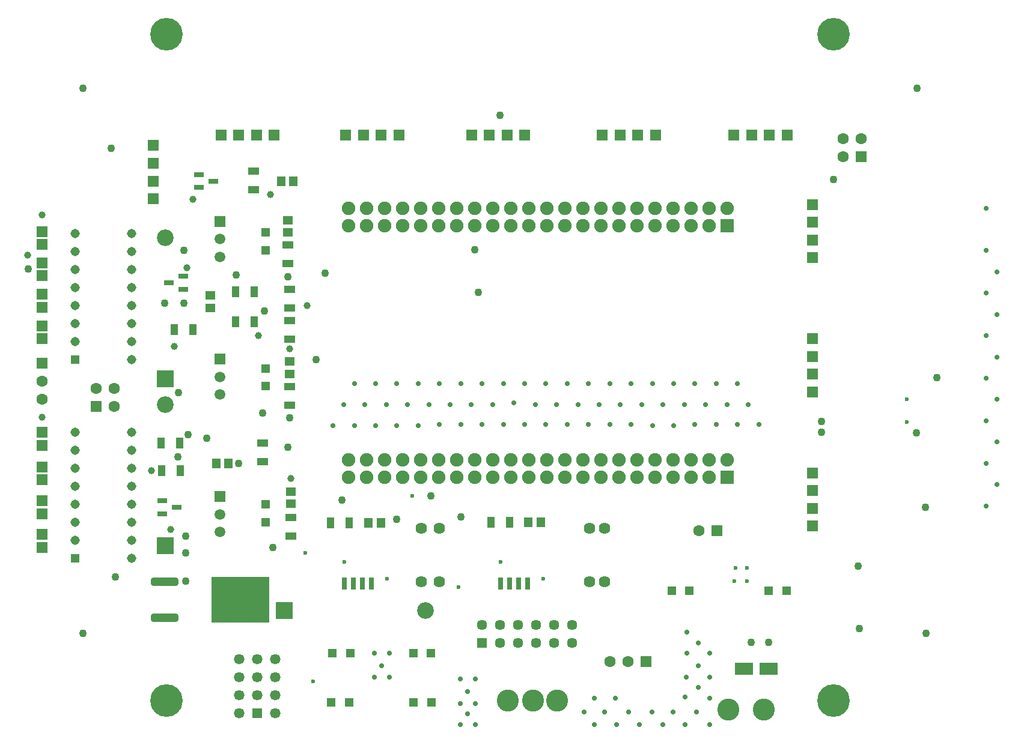
<source format=gts>
G04*
G04 #@! TF.GenerationSoftware,Altium Limited,Altium Designer,21.4.1 (30)*
G04*
G04 Layer_Color=8388736*
%FSLAX25Y25*%
%MOIN*%
G70*
G04*
G04 #@! TF.SameCoordinates,A47B8419-E6DC-47D0-8E32-9BAF03E0F130*
G04*
G04*
G04 #@! TF.FilePolarity,Negative*
G04*
G01*
G75*
%ADD29R,0.05909X0.05940*%
%ADD31R,0.05709X0.04921*%
%ADD32R,0.04331X0.06496*%
%ADD33R,0.04921X0.05709*%
%ADD34R,0.03150X0.07087*%
%ADD35R,0.06496X0.04331*%
%ADD36R,0.10236X0.06693*%
%ADD37R,0.31890X0.25551*%
G04:AMPARAMS|DCode=38|XSize=45.67mil|YSize=152.76mil|CornerRadius=13.03mil|HoleSize=0mil|Usage=FLASHONLY|Rotation=270.000|XOffset=0mil|YOffset=0mil|HoleType=Round|Shape=RoundedRectangle|*
%AMROUNDEDRECTD38*
21,1,0.04567,0.12670,0,0,270.0*
21,1,0.01961,0.15276,0,0,270.0*
1,1,0.02605,-0.06335,-0.00981*
1,1,0.02605,-0.06335,0.00981*
1,1,0.02605,0.06335,0.00981*
1,1,0.02605,0.06335,-0.00981*
%
%ADD38ROUNDEDRECTD38*%
%ADD39R,0.05594X0.02594*%
%ADD40C,0.07480*%
%ADD41R,0.07480X0.07480*%
%ADD42R,0.06331X0.06331*%
%ADD43R,0.06299X0.06299*%
%ADD44C,0.06299*%
%ADD45C,0.18110*%
%ADD46R,0.06331X0.06331*%
%ADD47R,0.06299X0.06299*%
%ADD48R,0.05118X0.05118*%
%ADD49C,0.12205*%
%ADD50R,0.09252X0.09252*%
%ADD51C,0.09252*%
%ADD52R,0.09252X0.09252*%
%ADD53C,0.05937*%
%ADD54R,0.05937X0.05937*%
%ADD55R,0.05118X0.05118*%
%ADD56C,0.05709*%
%ADD57R,0.05709X0.05709*%
%ADD58C,0.05787*%
%ADD59R,0.05787X0.05787*%
%ADD60C,0.06394*%
%ADD61C,0.05158*%
%ADD62R,0.05158X0.05158*%
%ADD63C,0.03894*%
%ADD64C,0.02756*%
%ADD65C,0.04331*%
%ADD66C,0.02362*%
D29*
X-62758Y117821D02*
D03*
Y124943D02*
D03*
Y174433D02*
D03*
Y181554D02*
D03*
Y143545D02*
D03*
Y136424D02*
D03*
Y162362D02*
D03*
Y155240D02*
D03*
Y275769D02*
D03*
Y268647D02*
D03*
Y285908D02*
D03*
Y293029D02*
D03*
Y240769D02*
D03*
Y233647D02*
D03*
Y258189D02*
D03*
Y251067D02*
D03*
D31*
X75200Y141855D02*
D03*
Y148745D02*
D03*
X74563Y220853D02*
D03*
Y213963D02*
D03*
X73600Y299461D02*
D03*
Y292571D02*
D03*
X30564Y257545D02*
D03*
Y250655D02*
D03*
D32*
X107479Y131200D02*
D03*
X97243D02*
D03*
X196574Y131700D02*
D03*
X186338D02*
D03*
X3646Y160208D02*
D03*
X13882D02*
D03*
X54876Y259808D02*
D03*
X44640D02*
D03*
X13541Y175524D02*
D03*
X3304D02*
D03*
X54877Y242854D02*
D03*
X44641D02*
D03*
X21035Y238531D02*
D03*
X10798D02*
D03*
D33*
X213945Y131700D02*
D03*
X207055D02*
D03*
X125145Y131200D02*
D03*
X118255D02*
D03*
X76809Y320908D02*
D03*
X69919D02*
D03*
X33819Y164308D02*
D03*
X40709D02*
D03*
D34*
X114920Y97676D02*
D03*
X109933D02*
D03*
X104946D02*
D03*
X119907D02*
D03*
X206728D02*
D03*
X191767D02*
D03*
X196754D02*
D03*
X201741D02*
D03*
D35*
X75300Y134318D02*
D03*
Y124082D02*
D03*
X74563Y206872D02*
D03*
Y196635D02*
D03*
Y233325D02*
D03*
Y243561D02*
D03*
X73600Y285535D02*
D03*
Y275298D02*
D03*
X74564Y261066D02*
D03*
Y250829D02*
D03*
X59655Y175730D02*
D03*
Y165494D02*
D03*
X54564Y326526D02*
D03*
Y316290D02*
D03*
D36*
X340290Y50300D02*
D03*
X326510D02*
D03*
D37*
X47254Y88508D02*
D03*
D38*
X5167Y98508D02*
D03*
Y78508D02*
D03*
D39*
X12141Y140091D02*
D03*
X4141Y136491D02*
D03*
Y143691D02*
D03*
X32264Y321108D02*
D03*
X24264Y317508D02*
D03*
Y324708D02*
D03*
X7574Y264608D02*
D03*
X15574Y268208D02*
D03*
Y261008D02*
D03*
D40*
X157313Y156754D02*
D03*
X167313Y166202D02*
D03*
Y156754D02*
D03*
X177313Y166202D02*
D03*
X187313Y156754D02*
D03*
X177313D02*
D03*
X197313D02*
D03*
X187313Y166202D02*
D03*
X197313D02*
D03*
X207313D02*
D03*
Y156754D02*
D03*
X217313Y166202D02*
D03*
Y156754D02*
D03*
X227313D02*
D03*
Y166202D02*
D03*
X237313D02*
D03*
X247313D02*
D03*
Y156754D02*
D03*
X237313D02*
D03*
X257313D02*
D03*
Y166202D02*
D03*
X267313D02*
D03*
Y156754D02*
D03*
X277313Y166202D02*
D03*
Y156754D02*
D03*
X287313Y166202D02*
D03*
Y156754D02*
D03*
X297313Y166202D02*
D03*
Y156754D02*
D03*
X307313Y166202D02*
D03*
Y156754D02*
D03*
X317313Y166202D02*
D03*
X117313Y156754D02*
D03*
X107313Y166202D02*
D03*
X117313D02*
D03*
X127313Y156754D02*
D03*
X107313D02*
D03*
X127313Y166202D02*
D03*
X137313D02*
D03*
Y156754D02*
D03*
X147313Y166202D02*
D03*
Y156754D02*
D03*
X157313Y166202D02*
D03*
X287313Y305848D02*
D03*
X237313Y296399D02*
D03*
X277313Y305848D02*
D03*
X247313D02*
D03*
X257313D02*
D03*
X277313Y296399D02*
D03*
X267313Y305848D02*
D03*
Y296399D02*
D03*
X307313Y305848D02*
D03*
X317313D02*
D03*
X297313Y296399D02*
D03*
X307313D02*
D03*
X297313Y305848D02*
D03*
X147313D02*
D03*
X157313D02*
D03*
X137313D02*
D03*
X117313D02*
D03*
X107313D02*
D03*
X167313D02*
D03*
X127313D02*
D03*
X147313Y296399D02*
D03*
X137313D02*
D03*
X127313D02*
D03*
X117313D02*
D03*
X107313D02*
D03*
X157313D02*
D03*
X167313D02*
D03*
X287313D02*
D03*
X247313D02*
D03*
X257313D02*
D03*
X177313Y305848D02*
D03*
X217313D02*
D03*
X207313Y296399D02*
D03*
X187313D02*
D03*
X197313Y305848D02*
D03*
X187313D02*
D03*
X197313Y296399D02*
D03*
X207313Y305848D02*
D03*
X177313Y296399D02*
D03*
X227313Y305848D02*
D03*
X217313Y296399D02*
D03*
X227313D02*
D03*
X237313Y305848D02*
D03*
D41*
X317313Y156754D02*
D03*
X317313Y296399D02*
D03*
D42*
X-936Y311239D02*
D03*
Y321108D02*
D03*
Y340845D02*
D03*
Y330977D02*
D03*
X364679Y139370D02*
D03*
Y129502D02*
D03*
Y149239D02*
D03*
Y159108D02*
D03*
Y213870D02*
D03*
Y204002D02*
D03*
Y223739D02*
D03*
Y233608D02*
D03*
Y288370D02*
D03*
Y278502D02*
D03*
Y298239D02*
D03*
Y308108D02*
D03*
D43*
X391764Y334608D02*
D03*
X-62636Y219908D02*
D03*
D44*
X381764Y334608D02*
D03*
X391764Y344608D02*
D03*
X381764D02*
D03*
X262300Y54200D02*
D03*
X252300D02*
D03*
X-62636Y209908D02*
D03*
Y199908D02*
D03*
X-22636Y205908D02*
D03*
Y195908D02*
D03*
X-32636Y205908D02*
D03*
X301764Y127108D02*
D03*
D45*
X6306Y402699D02*
D03*
Y32620D02*
D03*
X376384Y402699D02*
D03*
Y32620D02*
D03*
D46*
X175495Y346694D02*
D03*
X185364D02*
D03*
X205102D02*
D03*
X195233D02*
D03*
X248016Y346748D02*
D03*
X257885D02*
D03*
X277622D02*
D03*
X267753D02*
D03*
X125358Y346694D02*
D03*
X135226D02*
D03*
X115489D02*
D03*
X105620D02*
D03*
X340806D02*
D03*
X350675D02*
D03*
X330938D02*
D03*
X321069D02*
D03*
X36526Y346596D02*
D03*
X46394D02*
D03*
X66132D02*
D03*
X56263D02*
D03*
D47*
X272300Y54200D02*
D03*
X-32636Y195908D02*
D03*
X311764Y127108D02*
D03*
D48*
X296321Y93500D02*
D03*
X286479Y93500D02*
D03*
X350260Y93500D02*
D03*
X340418Y93500D02*
D03*
X143300Y59100D02*
D03*
X153142Y59100D02*
D03*
X98379Y59100D02*
D03*
X108221Y59100D02*
D03*
X143464Y31600D02*
D03*
X153307Y31600D02*
D03*
X97679Y31600D02*
D03*
X107521Y31600D02*
D03*
D49*
X318057Y27800D02*
D03*
X337742Y27800D02*
D03*
X195520Y32500D02*
D03*
X209694D02*
D03*
X223079D02*
D03*
D50*
X5483Y118635D02*
D03*
X5483Y211383D02*
D03*
D51*
X5483Y196981D02*
D03*
X150071Y82808D02*
D03*
X5483Y289729D02*
D03*
D52*
X71725Y82808D02*
D03*
D53*
X35964Y126165D02*
D03*
Y136008D02*
D03*
Y212466D02*
D03*
Y202623D02*
D03*
X35834Y288924D02*
D03*
Y279081D02*
D03*
D54*
X35964Y145851D02*
D03*
Y222308D02*
D03*
X35834Y298766D02*
D03*
D55*
X61164Y141629D02*
D03*
X61164Y131787D02*
D03*
X61264Y207297D02*
D03*
X61264Y217140D02*
D03*
X61264Y282808D02*
D03*
X61264Y292651D02*
D03*
D56*
X231464Y74808D02*
D03*
Y64808D02*
D03*
X221464Y74808D02*
D03*
Y64808D02*
D03*
X211464Y74808D02*
D03*
Y64808D02*
D03*
X201464Y74808D02*
D03*
Y64808D02*
D03*
X191464Y74808D02*
D03*
Y64808D02*
D03*
X181464Y74808D02*
D03*
D57*
Y64808D02*
D03*
D58*
X66564Y25508D02*
D03*
X46564D02*
D03*
X66564Y35508D02*
D03*
X56564D02*
D03*
X46564D02*
D03*
X66564Y45508D02*
D03*
X56564D02*
D03*
X46564D02*
D03*
X66564Y55508D02*
D03*
X56564D02*
D03*
X46564D02*
D03*
D59*
X56564Y25508D02*
D03*
D60*
X147670Y98611D02*
D03*
Y128237D02*
D03*
X157670D02*
D03*
Y98611D02*
D03*
X240907Y128237D02*
D03*
Y98611D02*
D03*
X249379Y128237D02*
D03*
Y98611D02*
D03*
D61*
X-12952Y111596D02*
D03*
Y121596D02*
D03*
Y131596D02*
D03*
Y141596D02*
D03*
Y151596D02*
D03*
Y161596D02*
D03*
Y171596D02*
D03*
Y181596D02*
D03*
X-44212D02*
D03*
Y171596D02*
D03*
Y161596D02*
D03*
Y151596D02*
D03*
Y141596D02*
D03*
Y131596D02*
D03*
Y121596D02*
D03*
X-12952Y222108D02*
D03*
Y232108D02*
D03*
Y242108D02*
D03*
Y252108D02*
D03*
Y262108D02*
D03*
Y272108D02*
D03*
Y282108D02*
D03*
Y292108D02*
D03*
X-44212D02*
D03*
Y282108D02*
D03*
Y272108D02*
D03*
Y262108D02*
D03*
Y252108D02*
D03*
Y242108D02*
D03*
Y232108D02*
D03*
D62*
Y111596D02*
D03*
Y222108D02*
D03*
D63*
X10800Y229300D02*
D03*
X75200Y155992D02*
D03*
X74563Y228100D02*
D03*
X84200Y251900D02*
D03*
X-70550Y279913D02*
D03*
X64100Y313600D02*
D03*
X8500Y127700D02*
D03*
X-1959Y160208D02*
D03*
X20900Y311000D02*
D03*
X17656Y273048D02*
D03*
X57459Y235351D02*
D03*
X-62758Y302208D02*
D03*
X-62636Y190008D02*
D03*
D64*
X323076Y208822D02*
D03*
X328982Y197011D02*
D03*
X334887Y186055D02*
D03*
X311265Y208822D02*
D03*
X317171Y197011D02*
D03*
X323076Y186055D02*
D03*
X299454Y208822D02*
D03*
X305360Y197011D02*
D03*
X311265Y186055D02*
D03*
X287643Y208822D02*
D03*
X293549Y197011D02*
D03*
X299454Y186055D02*
D03*
X252210Y208822D02*
D03*
X258116Y197011D02*
D03*
X264021Y186055D02*
D03*
X252210D02*
D03*
X240399D02*
D03*
X228588D02*
D03*
X216777D02*
D03*
X204966D02*
D03*
X199061Y197866D02*
D03*
X187250Y197011D02*
D03*
X181344Y208822D02*
D03*
X110478D02*
D03*
X104572Y197011D02*
D03*
X275832Y208822D02*
D03*
X157722Y186055D02*
D03*
X169533D02*
D03*
X181344D02*
D03*
X193155D02*
D03*
X151816Y197011D02*
D03*
X140006D02*
D03*
X110478Y185200D02*
D03*
X210872Y197011D02*
D03*
X275832Y185200D02*
D03*
X264021Y208822D02*
D03*
X145911Y185200D02*
D03*
Y208822D02*
D03*
X222683Y197011D02*
D03*
X116384D02*
D03*
X169533Y208822D02*
D03*
X134100Y185200D02*
D03*
X216777Y208822D02*
D03*
X281738Y197011D02*
D03*
X157722Y208822D02*
D03*
X287643Y185200D02*
D03*
X122289Y208822D02*
D03*
X228588D02*
D03*
X204966D02*
D03*
X234494Y197011D02*
D03*
X175439D02*
D03*
X98667Y185200D02*
D03*
X163628Y197011D02*
D03*
X128194D02*
D03*
X246305D02*
D03*
X240399Y208822D02*
D03*
X193155D02*
D03*
X122289Y185200D02*
D03*
X269927Y197011D02*
D03*
X134100Y208822D02*
D03*
X467037Y152600D02*
D03*
X461132Y164411D02*
D03*
X262775Y26300D02*
D03*
X249450D02*
D03*
X287387D02*
D03*
X243719Y19226D02*
D03*
X255995D02*
D03*
X268630D02*
D03*
X293831D02*
D03*
X281555D02*
D03*
X237864Y26300D02*
D03*
X275700D02*
D03*
X307682Y34029D02*
D03*
X300341Y26446D02*
D03*
X293933Y34604D02*
D03*
X307682Y19226D02*
D03*
X255305Y34101D02*
D03*
X243719D02*
D03*
X307682Y58940D02*
D03*
X301258Y39884D02*
D03*
X294683Y45615D02*
D03*
X307682D02*
D03*
X301258Y52160D02*
D03*
X294865Y70526D02*
D03*
Y58940D02*
D03*
X301258Y64795D02*
D03*
X173150Y25267D02*
D03*
X177599Y19412D02*
D03*
X169264D02*
D03*
Y30997D02*
D03*
X177599D02*
D03*
Y44543D02*
D03*
X169264D02*
D03*
X173150Y37543D02*
D03*
X125600Y52100D02*
D03*
X121714Y59100D02*
D03*
X130049D02*
D03*
Y45555D02*
D03*
X121714D02*
D03*
X461132Y306143D02*
D03*
Y282521D02*
D03*
X467037Y270710D02*
D03*
X461132Y258899D02*
D03*
X467037Y247088D02*
D03*
X461132Y235277D02*
D03*
X467037Y223466D02*
D03*
X461132Y211655D02*
D03*
X467037Y199844D02*
D03*
X461132Y188033D02*
D03*
X467037Y176222D02*
D03*
X461132Y140789D02*
D03*
D65*
X-39900Y372500D02*
D03*
Y70000D02*
D03*
X427500D02*
D03*
X422700Y372500D02*
D03*
X433764Y212008D02*
D03*
X369656Y187500D02*
D03*
X169600Y134800D02*
D03*
X133900Y133200D02*
D03*
X103800Y144100D02*
D03*
X65200Y117500D02*
D03*
X74600Y189800D02*
D03*
X73600Y268032D02*
D03*
X73564Y173381D02*
D03*
X89319Y222000D02*
D03*
X59655Y192321D02*
D03*
X94400Y270000D02*
D03*
X390500Y72800D02*
D03*
X191400Y357500D02*
D03*
X-70332Y272208D02*
D03*
X427464Y140108D02*
D03*
X330590Y64900D02*
D03*
X340290D02*
D03*
X390000Y107200D02*
D03*
X422381Y181208D02*
D03*
X376271Y321891D02*
D03*
X17000Y98900D02*
D03*
X16901Y114631D02*
D03*
X369656Y181800D02*
D03*
X15916Y253208D02*
D03*
X5264D02*
D03*
X60688Y249054D02*
D03*
X13000Y203500D02*
D03*
X18159Y180493D02*
D03*
X-24400Y339200D02*
D03*
X16000Y282700D02*
D03*
X16901Y123996D02*
D03*
X28628Y178258D02*
D03*
X12715Y167857D02*
D03*
X44983Y269089D02*
D03*
X46305Y164308D02*
D03*
X-22036Y101208D02*
D03*
X179464Y259408D02*
D03*
X177164Y282908D02*
D03*
X153064Y146308D02*
D03*
D66*
X416841Y200132D02*
D03*
X142764Y146300D02*
D03*
X83400Y114500D02*
D03*
X321827Y106458D02*
D03*
X328182D02*
D03*
Y98939D02*
D03*
X321469D02*
D03*
X87508Y43400D02*
D03*
X128482Y100475D02*
D03*
X191635Y109779D02*
D03*
X215303Y100475D02*
D03*
X104814Y109779D02*
D03*
X168464Y95808D02*
D03*
X416864Y187308D02*
D03*
M02*

</source>
